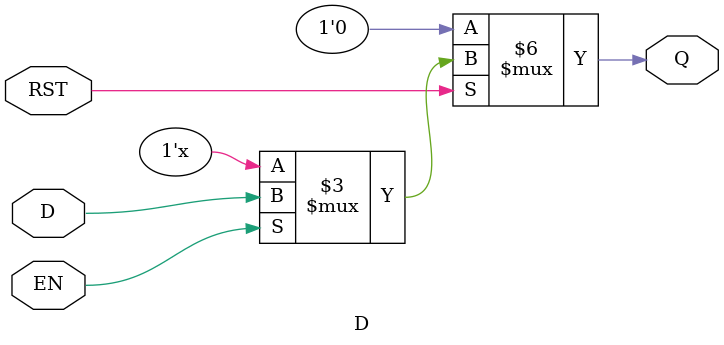
<source format=v>
`timescale 1ns / 1ps


module D(Q,D,EN,RST);
input D;
input EN;
input RST;
output reg Q;
always@(EN or RST)
begin
if (!RST)  
  Q <= 0;
else  
 if (EN)  
     Q <= D;  
end
endmodule
</source>
